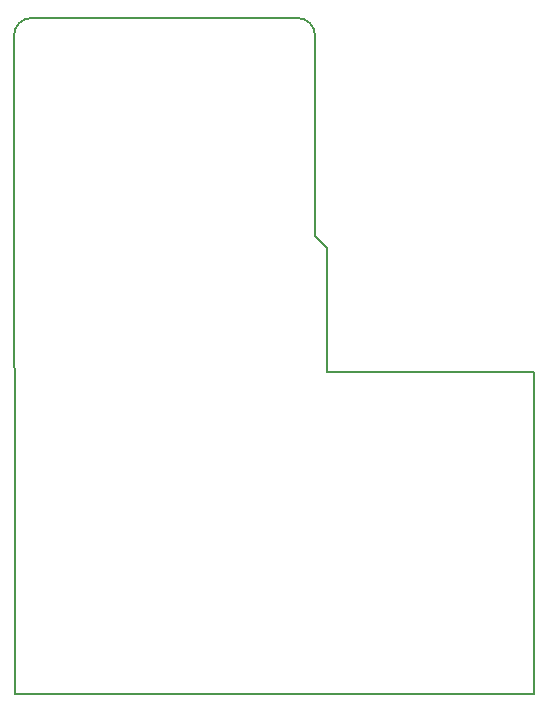
<source format=gbr>
%TF.GenerationSoftware,KiCad,Pcbnew,(5.1.5-0-10_14)*%
%TF.CreationDate,2020-10-24T19:52:31+02:00*%
%TF.ProjectId,c64board,63363462-6f61-4726-942e-6b696361645f,3.1*%
%TF.SameCoordinates,Original*%
%TF.FileFunction,Profile,NP*%
%FSLAX46Y46*%
G04 Gerber Fmt 4.6, Leading zero omitted, Abs format (unit mm)*
G04 Created by KiCad (PCBNEW (5.1.5-0-10_14)) date 2020-10-24 19:52:31*
%MOMM*%
%LPD*%
G04 APERTURE LIST*
%ADD10C,0.150000*%
G04 APERTURE END LIST*
D10*
X132000000Y-50500000D02*
G75*
G02X133500000Y-49000000I1500000J0D01*
G01*
X156000000Y-49000000D02*
G75*
G02X157500000Y-50500000I0J-1500000D01*
G01*
X157500000Y-67500000D02*
X158500000Y-68500000D01*
X157500000Y-65000000D02*
X157500000Y-67500000D01*
X157500000Y-50500000D02*
X157500000Y-65000000D01*
X158500000Y-79000000D02*
X176000000Y-79000000D01*
X158500000Y-79000000D02*
X158500000Y-68500000D01*
X133500000Y-49000000D02*
X156000000Y-49000000D01*
X132080000Y-106250000D02*
X176000000Y-106250000D01*
X132080000Y-106250000D02*
X132000000Y-50500000D01*
X176000000Y-79000000D02*
X176000000Y-106250000D01*
M02*

</source>
